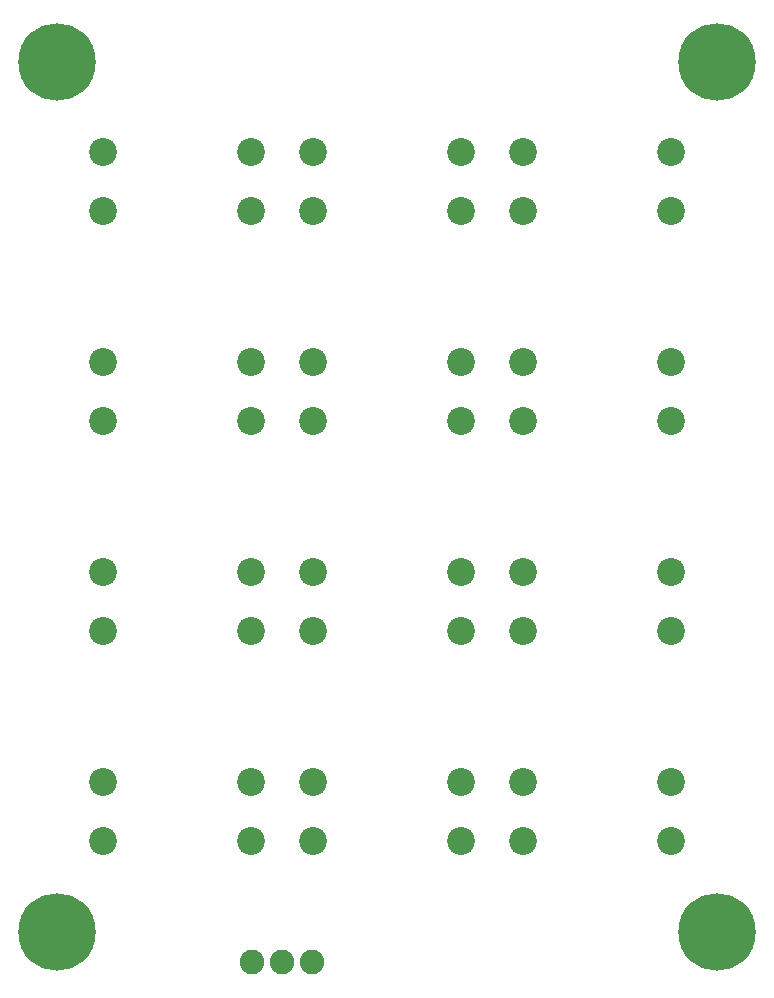
<source format=gbr>
G04 EAGLE Gerber RS-274X export*
G75*
%MOMM*%
%FSLAX34Y34*%
%LPD*%
%INSoldermask Top*%
%IPPOS*%
%AMOC8*
5,1,8,0,0,1.08239X$1,22.5*%
G01*
%ADD10C,2.362200*%
%ADD11C,2.082800*%
%ADD12C,6.553200*%


D10*
X77200Y698100D03*
X77200Y648100D03*
X202200Y648100D03*
X202200Y698100D03*
X255000Y698100D03*
X255000Y648100D03*
X380000Y648100D03*
X380000Y698100D03*
X432800Y698100D03*
X432800Y648100D03*
X557800Y648100D03*
X557800Y698100D03*
X77200Y520300D03*
X77200Y470300D03*
X202200Y470300D03*
X202200Y520300D03*
X255000Y520300D03*
X255000Y470300D03*
X380000Y470300D03*
X380000Y520300D03*
X432800Y520300D03*
X432800Y470300D03*
X557800Y470300D03*
X557800Y520300D03*
X77200Y342500D03*
X77200Y292500D03*
X202200Y292500D03*
X202200Y342500D03*
X255000Y342500D03*
X255000Y292500D03*
X380000Y292500D03*
X380000Y342500D03*
X432800Y342500D03*
X432800Y292500D03*
X557800Y292500D03*
X557800Y342500D03*
X77200Y164700D03*
X77200Y114700D03*
X202200Y114700D03*
X202200Y164700D03*
X255000Y164700D03*
X255000Y114700D03*
X380000Y114700D03*
X380000Y164700D03*
X432800Y164700D03*
X432800Y114700D03*
X557800Y114700D03*
X557800Y164700D03*
D11*
X203200Y12700D03*
X228600Y12700D03*
X254000Y12700D03*
D12*
X596900Y774700D03*
X596900Y38100D03*
X38100Y38100D03*
X38100Y774700D03*
M02*

</source>
